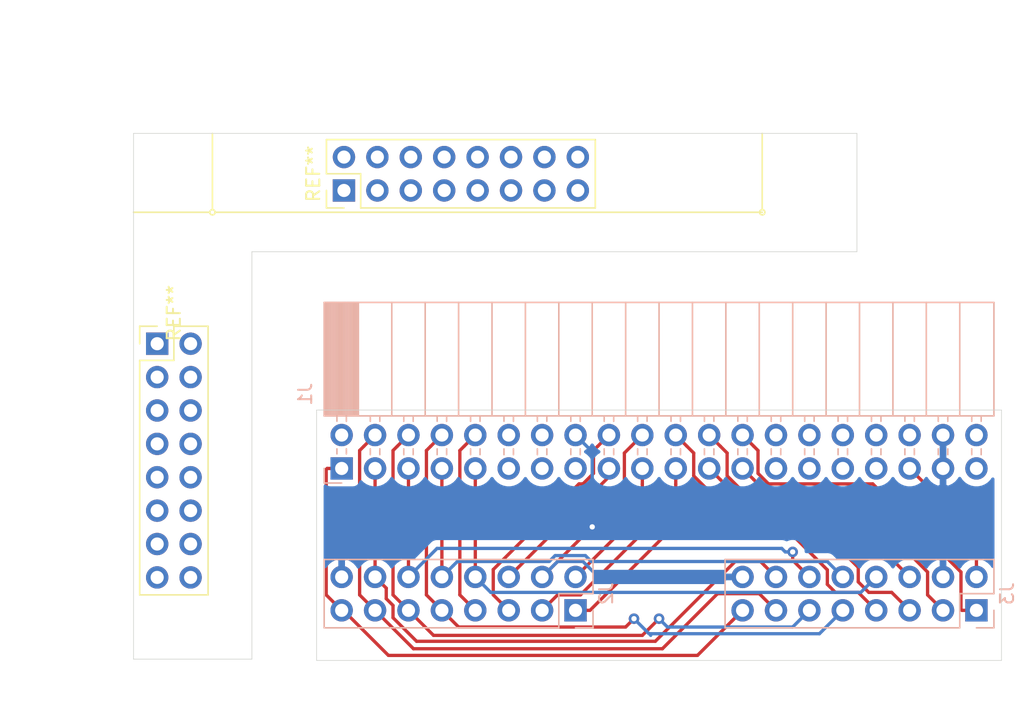
<source format=kicad_pcb>
(kicad_pcb (version 20171130) (host pcbnew "(5.1.5-0)")

  (general
    (thickness 1.6)
    (drawings 16)
    (tracks 158)
    (zones 0)
    (modules 5)
    (nets 39)
  )

  (page A4)
  (layers
    (0 F.Cu signal)
    (31 B.Cu signal)
    (32 B.Adhes user)
    (33 F.Adhes user)
    (34 B.Paste user)
    (35 F.Paste user)
    (36 B.SilkS user)
    (37 F.SilkS user)
    (38 B.Mask user)
    (39 F.Mask user)
    (40 Dwgs.User user)
    (41 Cmts.User user)
    (42 Eco1.User user)
    (43 Eco2.User user)
    (44 Edge.Cuts user)
    (45 Margin user)
    (46 B.CrtYd user)
    (47 F.CrtYd user)
    (48 B.Fab user)
    (49 F.Fab user)
  )

  (setup
    (last_trace_width 0.25)
    (trace_clearance 0.2)
    (zone_clearance 0.508)
    (zone_45_only no)
    (trace_min 0.2)
    (via_size 0.8)
    (via_drill 0.4)
    (via_min_size 0.4)
    (via_min_drill 0.3)
    (uvia_size 0.3)
    (uvia_drill 0.1)
    (uvias_allowed no)
    (uvia_min_size 0.2)
    (uvia_min_drill 0.1)
    (edge_width 0.05)
    (segment_width 0.2)
    (pcb_text_width 0.3)
    (pcb_text_size 1.5 1.5)
    (mod_edge_width 0.12)
    (mod_text_size 1 1)
    (mod_text_width 0.15)
    (pad_size 1.524 1.524)
    (pad_drill 0.762)
    (pad_to_mask_clearance 0.051)
    (solder_mask_min_width 0.25)
    (aux_axis_origin 0 0)
    (visible_elements FFFFFF7F)
    (pcbplotparams
      (layerselection 0x010fc_ffffffff)
      (usegerberextensions false)
      (usegerberattributes false)
      (usegerberadvancedattributes false)
      (creategerberjobfile false)
      (excludeedgelayer true)
      (linewidth 0.100000)
      (plotframeref false)
      (viasonmask false)
      (mode 1)
      (useauxorigin false)
      (hpglpennumber 1)
      (hpglpenspeed 20)
      (hpglpendiameter 15.000000)
      (psnegative false)
      (psa4output false)
      (plotreference true)
      (plotvalue true)
      (plotinvisibletext false)
      (padsonsilk false)
      (subtractmaskfromsilk false)
      (outputformat 1)
      (mirror false)
      (drillshape 1)
      (scaleselection 1)
      (outputdirectory ""))
  )

  (net 0 "")
  (net 1 +3V3)
  (net 2 +5V)
  (net 3 /PH1)
  (net 4 /PG7)
  (net 5 /PG6)
  (net 6 /PG5)
  (net 7 /PG4)
  (net 8 /PG3)
  (net 9 /PG2)
  (net 10 /PG1)
  (net 11 /PG0)
  (net 12 /G4)
  (net 13 /B4)
  (net 14 /B3)
  (net 15 /G3)
  (net 16 /PD4)
  (net 17 /G1)
  (net 18 /B1)
  (net 19 /PD1)
  (net 20 /G2)
  (net 21 /PC2)
  (net 22 /PC1)
  (net 23 /PC0)
  (net 24 /AT_PB5)
  (net 25 /PB8)
  (net 26 /B2)
  (net 27 /E)
  (net 28 /A)
  (net 29 /B)
  (net 30 /C)
  (net 31 /D)
  (net 32 /CLK)
  (net 33 /LAT)
  (net 34 /PA1)
  (net 35 /OE_)
  (net 36 /PD6)
  (net 37 /PF0)
  (net 38 GND)

  (net_class Default "This is the default net class."
    (clearance 0.2)
    (trace_width 0.25)
    (via_dia 0.8)
    (via_drill 0.4)
    (uvia_dia 0.3)
    (uvia_drill 0.1)
    (add_net +3V3)
    (add_net +5V)
    (add_net /A)
    (add_net /AT_PB5)
    (add_net /B)
    (add_net /B1)
    (add_net /B2)
    (add_net /B3)
    (add_net /B4)
    (add_net /C)
    (add_net /CLK)
    (add_net /D)
    (add_net /E)
    (add_net /G1)
    (add_net /G2)
    (add_net /G3)
    (add_net /G4)
    (add_net /LAT)
    (add_net /OE_)
    (add_net /PA1)
    (add_net /PB8)
    (add_net /PC0)
    (add_net /PC1)
    (add_net /PC2)
    (add_net /PD1)
    (add_net /PD4)
    (add_net /PD6)
    (add_net /PF0)
    (add_net /PG0)
    (add_net /PG1)
    (add_net /PG2)
    (add_net /PG3)
    (add_net /PG4)
    (add_net /PG5)
    (add_net /PG6)
    (add_net /PG7)
    (add_net /PH1)
    (add_net GND)
  )

  (module Connector_PinHeader_2.54mm:PinHeader_2x08_P2.54mm_Vertical (layer B.Cu) (tedit 59FED5CC) (tstamp 5E145650)
    (at -335.915 -513.715 90)
    (descr "Through hole straight pin header, 2x08, 2.54mm pitch, double rows")
    (tags "Through hole pin header THT 2x08 2.54mm double row")
    (path /5E18F140)
    (fp_text reference J3 (at 1.27 2.33 -90) (layer B.SilkS)
      (effects (font (size 1 1) (thickness 0.15)) (justify mirror))
    )
    (fp_text value Conn_02x08_Odd_Even (at 1.27 -20.11 -90) (layer B.Fab)
      (effects (font (size 1 1) (thickness 0.15)) (justify mirror))
    )
    (fp_text user %R (at 1.27 -8.89) (layer B.Fab)
      (effects (font (size 1 1) (thickness 0.15)) (justify mirror))
    )
    (fp_line (start 4.35 1.8) (end -1.8 1.8) (layer B.CrtYd) (width 0.05))
    (fp_line (start 4.35 -19.55) (end 4.35 1.8) (layer B.CrtYd) (width 0.05))
    (fp_line (start -1.8 -19.55) (end 4.35 -19.55) (layer B.CrtYd) (width 0.05))
    (fp_line (start -1.8 1.8) (end -1.8 -19.55) (layer B.CrtYd) (width 0.05))
    (fp_line (start -1.33 1.33) (end 0 1.33) (layer B.SilkS) (width 0.12))
    (fp_line (start -1.33 0) (end -1.33 1.33) (layer B.SilkS) (width 0.12))
    (fp_line (start 1.27 1.33) (end 3.87 1.33) (layer B.SilkS) (width 0.12))
    (fp_line (start 1.27 -1.27) (end 1.27 1.33) (layer B.SilkS) (width 0.12))
    (fp_line (start -1.33 -1.27) (end 1.27 -1.27) (layer B.SilkS) (width 0.12))
    (fp_line (start 3.87 1.33) (end 3.87 -19.11) (layer B.SilkS) (width 0.12))
    (fp_line (start -1.33 -1.27) (end -1.33 -19.11) (layer B.SilkS) (width 0.12))
    (fp_line (start -1.33 -19.11) (end 3.87 -19.11) (layer B.SilkS) (width 0.12))
    (fp_line (start -1.27 0) (end 0 1.27) (layer B.Fab) (width 0.1))
    (fp_line (start -1.27 -19.05) (end -1.27 0) (layer B.Fab) (width 0.1))
    (fp_line (start 3.81 -19.05) (end -1.27 -19.05) (layer B.Fab) (width 0.1))
    (fp_line (start 3.81 1.27) (end 3.81 -19.05) (layer B.Fab) (width 0.1))
    (fp_line (start 0 1.27) (end 3.81 1.27) (layer B.Fab) (width 0.1))
    (pad 16 thru_hole oval (at 2.54 -17.78 90) (size 1.7 1.7) (drill 1) (layers *.Cu *.Mask)
      (net 38 GND))
    (pad 15 thru_hole oval (at 0 -17.78 90) (size 1.7 1.7) (drill 1) (layers *.Cu *.Mask)
      (net 35 /OE_))
    (pad 14 thru_hole oval (at 2.54 -15.24 90) (size 1.7 1.7) (drill 1) (layers *.Cu *.Mask)
      (net 33 /LAT))
    (pad 13 thru_hole oval (at 0 -15.24 90) (size 1.7 1.7) (drill 1) (layers *.Cu *.Mask)
      (net 32 /CLK))
    (pad 12 thru_hole oval (at 2.54 -12.7 90) (size 1.7 1.7) (drill 1) (layers *.Cu *.Mask)
      (net 31 /D))
    (pad 11 thru_hole oval (at 0 -12.7 90) (size 1.7 1.7) (drill 1) (layers *.Cu *.Mask)
      (net 30 /C))
    (pad 10 thru_hole oval (at 2.54 -10.16 90) (size 1.7 1.7) (drill 1) (layers *.Cu *.Mask)
      (net 29 /B))
    (pad 9 thru_hole oval (at 0 -10.16 90) (size 1.7 1.7) (drill 1) (layers *.Cu *.Mask)
      (net 28 /A))
    (pad 8 thru_hole oval (at 2.54 -7.62 90) (size 1.7 1.7) (drill 1) (layers *.Cu *.Mask)
      (net 27 /E))
    (pad 7 thru_hole oval (at 0 -7.62 90) (size 1.7 1.7) (drill 1) (layers *.Cu *.Mask)
      (net 13 /B4))
    (pad 6 thru_hole oval (at 2.54 -5.08 90) (size 1.7 1.7) (drill 1) (layers *.Cu *.Mask)
      (net 12 /G4))
    (pad 5 thru_hole oval (at 0 -5.08 90) (size 1.7 1.7) (drill 1) (layers *.Cu *.Mask)
      (net 36 /PD6))
    (pad 4 thru_hole oval (at 2.54 -2.54 90) (size 1.7 1.7) (drill 1) (layers *.Cu *.Mask)
      (net 38 GND))
    (pad 3 thru_hole oval (at 0 -2.54 90) (size 1.7 1.7) (drill 1) (layers *.Cu *.Mask)
      (net 14 /B3))
    (pad 2 thru_hole oval (at 2.54 0 90) (size 1.7 1.7) (drill 1) (layers *.Cu *.Mask)
      (net 15 /G3))
    (pad 1 thru_hole rect (at 0 0 90) (size 1.7 1.7) (drill 1) (layers *.Cu *.Mask)
      (net 37 /PF0))
    (model ${KISYS3DMOD}/Connector_PinHeader_2.54mm.3dshapes/PinHeader_2x08_P2.54mm_Vertical.wrl
      (at (xyz 0 0 0))
      (scale (xyz 1 1 1))
      (rotate (xyz 0 0 0))
    )
  )

  (module Connector_PinHeader_2.54mm:PinHeader_2x08_P2.54mm_Vertical (layer B.Cu) (tedit 59FED5CC) (tstamp 5E14389E)
    (at -366.395 -513.715 90)
    (descr "Through hole straight pin header, 2x08, 2.54mm pitch, double rows")
    (tags "Through hole pin header THT 2x08 2.54mm double row")
    (path /5E169024)
    (fp_text reference J2 (at 1.27 2.33 -90) (layer B.SilkS)
      (effects (font (size 1 1) (thickness 0.15)) (justify mirror))
    )
    (fp_text value Conn_02x08_Odd_Even (at 1.27 -20.11 -90) (layer B.Fab)
      (effects (font (size 1 1) (thickness 0.15)) (justify mirror))
    )
    (fp_text user %R (at 1.27 -8.89) (layer B.Fab)
      (effects (font (size 1 1) (thickness 0.15)) (justify mirror))
    )
    (fp_line (start 4.35 1.8) (end -1.8 1.8) (layer B.CrtYd) (width 0.05))
    (fp_line (start 4.35 -19.55) (end 4.35 1.8) (layer B.CrtYd) (width 0.05))
    (fp_line (start -1.8 -19.55) (end 4.35 -19.55) (layer B.CrtYd) (width 0.05))
    (fp_line (start -1.8 1.8) (end -1.8 -19.55) (layer B.CrtYd) (width 0.05))
    (fp_line (start -1.33 1.33) (end 0 1.33) (layer B.SilkS) (width 0.12))
    (fp_line (start -1.33 0) (end -1.33 1.33) (layer B.SilkS) (width 0.12))
    (fp_line (start 1.27 1.33) (end 3.87 1.33) (layer B.SilkS) (width 0.12))
    (fp_line (start 1.27 -1.27) (end 1.27 1.33) (layer B.SilkS) (width 0.12))
    (fp_line (start -1.33 -1.27) (end 1.27 -1.27) (layer B.SilkS) (width 0.12))
    (fp_line (start 3.87 1.33) (end 3.87 -19.11) (layer B.SilkS) (width 0.12))
    (fp_line (start -1.33 -1.27) (end -1.33 -19.11) (layer B.SilkS) (width 0.12))
    (fp_line (start -1.33 -19.11) (end 3.87 -19.11) (layer B.SilkS) (width 0.12))
    (fp_line (start -1.27 0) (end 0 1.27) (layer B.Fab) (width 0.1))
    (fp_line (start -1.27 -19.05) (end -1.27 0) (layer B.Fab) (width 0.1))
    (fp_line (start 3.81 -19.05) (end -1.27 -19.05) (layer B.Fab) (width 0.1))
    (fp_line (start 3.81 1.27) (end 3.81 -19.05) (layer B.Fab) (width 0.1))
    (fp_line (start 0 1.27) (end 3.81 1.27) (layer B.Fab) (width 0.1))
    (pad 16 thru_hole oval (at 2.54 -17.78 90) (size 1.7 1.7) (drill 1) (layers *.Cu *.Mask)
      (net 38 GND))
    (pad 15 thru_hole oval (at 0 -17.78 90) (size 1.7 1.7) (drill 1) (layers *.Cu *.Mask)
      (net 35 /OE_))
    (pad 14 thru_hole oval (at 2.54 -15.24 90) (size 1.7 1.7) (drill 1) (layers *.Cu *.Mask)
      (net 33 /LAT))
    (pad 13 thru_hole oval (at 0 -15.24 90) (size 1.7 1.7) (drill 1) (layers *.Cu *.Mask)
      (net 32 /CLK))
    (pad 12 thru_hole oval (at 2.54 -12.7 90) (size 1.7 1.7) (drill 1) (layers *.Cu *.Mask)
      (net 31 /D))
    (pad 11 thru_hole oval (at 0 -12.7 90) (size 1.7 1.7) (drill 1) (layers *.Cu *.Mask)
      (net 30 /C))
    (pad 10 thru_hole oval (at 2.54 -10.16 90) (size 1.7 1.7) (drill 1) (layers *.Cu *.Mask)
      (net 29 /B))
    (pad 9 thru_hole oval (at 0 -10.16 90) (size 1.7 1.7) (drill 1) (layers *.Cu *.Mask)
      (net 28 /A))
    (pad 8 thru_hole oval (at 2.54 -7.62 90) (size 1.7 1.7) (drill 1) (layers *.Cu *.Mask)
      (net 27 /E))
    (pad 7 thru_hole oval (at 0 -7.62 90) (size 1.7 1.7) (drill 1) (layers *.Cu *.Mask)
      (net 26 /B2))
    (pad 6 thru_hole oval (at 2.54 -5.08 90) (size 1.7 1.7) (drill 1) (layers *.Cu *.Mask)
      (net 20 /G2))
    (pad 5 thru_hole oval (at 0 -5.08 90) (size 1.7 1.7) (drill 1) (layers *.Cu *.Mask)
      (net 19 /PD1))
    (pad 4 thru_hole oval (at 2.54 -2.54 90) (size 1.7 1.7) (drill 1) (layers *.Cu *.Mask)
      (net 38 GND))
    (pad 3 thru_hole oval (at 0 -2.54 90) (size 1.7 1.7) (drill 1) (layers *.Cu *.Mask)
      (net 18 /B1))
    (pad 2 thru_hole oval (at 2.54 0 90) (size 1.7 1.7) (drill 1) (layers *.Cu *.Mask)
      (net 17 /G1))
    (pad 1 thru_hole rect (at 0 0 90) (size 1.7 1.7) (drill 1) (layers *.Cu *.Mask)
      (net 16 /PD4))
    (model ${KISYS3DMOD}/Connector_PinHeader_2.54mm.3dshapes/PinHeader_2x08_P2.54mm_Vertical.wrl
      (at (xyz 0 0 0))
      (scale (xyz 1 1 1))
      (rotate (xyz 0 0 0))
    )
  )

  (module Connector_PinSocket_2.54mm:PinSocket_2x20_P2.54mm_Horizontal (layer B.Cu) (tedit 5A19A423) (tstamp 5E143C9D)
    (at -384.175 -524.51 270)
    (descr "Through hole angled socket strip, 2x20, 2.54mm pitch, 8.51mm socket length, double cols (from Kicad 4.0.7), script generated")
    (tags "Through hole angled socket strip THT 2x20 2.54mm double row")
    (path /5E1562DD)
    (fp_text reference J1 (at -5.65 2.77 270) (layer B.SilkS)
      (effects (font (size 1 1) (thickness 0.15)) (justify mirror))
    )
    (fp_text value Conn_02x20_Odd_Even (at -5.65 -51.03 270) (layer B.Fab)
      (effects (font (size 1 1) (thickness 0.15)) (justify mirror))
    )
    (fp_text user %R (at -8.315 -24.13) (layer B.Fab)
      (effects (font (size 1 1) (thickness 0.15)) (justify mirror))
    )
    (fp_line (start 1.8 -50.05) (end 1.8 1.75) (layer B.CrtYd) (width 0.05))
    (fp_line (start -13.05 -50.05) (end 1.8 -50.05) (layer B.CrtYd) (width 0.05))
    (fp_line (start -13.05 1.75) (end -13.05 -50.05) (layer B.CrtYd) (width 0.05))
    (fp_line (start 1.8 1.75) (end -13.05 1.75) (layer B.CrtYd) (width 0.05))
    (fp_line (start 0 1.33) (end 1.11 1.33) (layer B.SilkS) (width 0.12))
    (fp_line (start 1.11 1.33) (end 1.11 0) (layer B.SilkS) (width 0.12))
    (fp_line (start -12.63 1.33) (end -12.63 -49.59) (layer B.SilkS) (width 0.12))
    (fp_line (start -12.63 -49.59) (end -4 -49.59) (layer B.SilkS) (width 0.12))
    (fp_line (start -4 1.33) (end -4 -49.59) (layer B.SilkS) (width 0.12))
    (fp_line (start -12.63 1.33) (end -4 1.33) (layer B.SilkS) (width 0.12))
    (fp_line (start -12.63 -46.99) (end -4 -46.99) (layer B.SilkS) (width 0.12))
    (fp_line (start -12.63 -44.45) (end -4 -44.45) (layer B.SilkS) (width 0.12))
    (fp_line (start -12.63 -41.91) (end -4 -41.91) (layer B.SilkS) (width 0.12))
    (fp_line (start -12.63 -39.37) (end -4 -39.37) (layer B.SilkS) (width 0.12))
    (fp_line (start -12.63 -36.83) (end -4 -36.83) (layer B.SilkS) (width 0.12))
    (fp_line (start -12.63 -34.29) (end -4 -34.29) (layer B.SilkS) (width 0.12))
    (fp_line (start -12.63 -31.75) (end -4 -31.75) (layer B.SilkS) (width 0.12))
    (fp_line (start -12.63 -29.21) (end -4 -29.21) (layer B.SilkS) (width 0.12))
    (fp_line (start -12.63 -26.67) (end -4 -26.67) (layer B.SilkS) (width 0.12))
    (fp_line (start -12.63 -24.13) (end -4 -24.13) (layer B.SilkS) (width 0.12))
    (fp_line (start -12.63 -21.59) (end -4 -21.59) (layer B.SilkS) (width 0.12))
    (fp_line (start -12.63 -19.05) (end -4 -19.05) (layer B.SilkS) (width 0.12))
    (fp_line (start -12.63 -16.51) (end -4 -16.51) (layer B.SilkS) (width 0.12))
    (fp_line (start -12.63 -13.97) (end -4 -13.97) (layer B.SilkS) (width 0.12))
    (fp_line (start -12.63 -11.43) (end -4 -11.43) (layer B.SilkS) (width 0.12))
    (fp_line (start -12.63 -8.89) (end -4 -8.89) (layer B.SilkS) (width 0.12))
    (fp_line (start -12.63 -6.35) (end -4 -6.35) (layer B.SilkS) (width 0.12))
    (fp_line (start -12.63 -3.81) (end -4 -3.81) (layer B.SilkS) (width 0.12))
    (fp_line (start -12.63 -1.27) (end -4 -1.27) (layer B.SilkS) (width 0.12))
    (fp_line (start -1.49 -48.62) (end -1.05 -48.62) (layer B.SilkS) (width 0.12))
    (fp_line (start -4 -48.62) (end -3.59 -48.62) (layer B.SilkS) (width 0.12))
    (fp_line (start -1.49 -47.9) (end -1.05 -47.9) (layer B.SilkS) (width 0.12))
    (fp_line (start -4 -47.9) (end -3.59 -47.9) (layer B.SilkS) (width 0.12))
    (fp_line (start -1.49 -46.08) (end -1.05 -46.08) (layer B.SilkS) (width 0.12))
    (fp_line (start -4 -46.08) (end -3.59 -46.08) (layer B.SilkS) (width 0.12))
    (fp_line (start -1.49 -45.36) (end -1.05 -45.36) (layer B.SilkS) (width 0.12))
    (fp_line (start -4 -45.36) (end -3.59 -45.36) (layer B.SilkS) (width 0.12))
    (fp_line (start -1.49 -43.54) (end -1.05 -43.54) (layer B.SilkS) (width 0.12))
    (fp_line (start -4 -43.54) (end -3.59 -43.54) (layer B.SilkS) (width 0.12))
    (fp_line (start -1.49 -42.82) (end -1.05 -42.82) (layer B.SilkS) (width 0.12))
    (fp_line (start -4 -42.82) (end -3.59 -42.82) (layer B.SilkS) (width 0.12))
    (fp_line (start -1.49 -41) (end -1.05 -41) (layer B.SilkS) (width 0.12))
    (fp_line (start -4 -41) (end -3.59 -41) (layer B.SilkS) (width 0.12))
    (fp_line (start -1.49 -40.28) (end -1.05 -40.28) (layer B.SilkS) (width 0.12))
    (fp_line (start -4 -40.28) (end -3.59 -40.28) (layer B.SilkS) (width 0.12))
    (fp_line (start -1.49 -38.46) (end -1.05 -38.46) (layer B.SilkS) (width 0.12))
    (fp_line (start -4 -38.46) (end -3.59 -38.46) (layer B.SilkS) (width 0.12))
    (fp_line (start -1.49 -37.74) (end -1.05 -37.74) (layer B.SilkS) (width 0.12))
    (fp_line (start -4 -37.74) (end -3.59 -37.74) (layer B.SilkS) (width 0.12))
    (fp_line (start -1.49 -35.92) (end -1.05 -35.92) (layer B.SilkS) (width 0.12))
    (fp_line (start -4 -35.92) (end -3.59 -35.92) (layer B.SilkS) (width 0.12))
    (fp_line (start -1.49 -35.2) (end -1.05 -35.2) (layer B.SilkS) (width 0.12))
    (fp_line (start -4 -35.2) (end -3.59 -35.2) (layer B.SilkS) (width 0.12))
    (fp_line (start -1.49 -33.38) (end -1.05 -33.38) (layer B.SilkS) (width 0.12))
    (fp_line (start -4 -33.38) (end -3.59 -33.38) (layer B.SilkS) (width 0.12))
    (fp_line (start -1.49 -32.66) (end -1.05 -32.66) (layer B.SilkS) (width 0.12))
    (fp_line (start -4 -32.66) (end -3.59 -32.66) (layer B.SilkS) (width 0.12))
    (fp_line (start -1.49 -30.84) (end -1.05 -30.84) (layer B.SilkS) (width 0.12))
    (fp_line (start -4 -30.84) (end -3.59 -30.84) (layer B.SilkS) (width 0.12))
    (fp_line (start -1.49 -30.12) (end -1.05 -30.12) (layer B.SilkS) (width 0.12))
    (fp_line (start -4 -30.12) (end -3.59 -30.12) (layer B.SilkS) (width 0.12))
    (fp_line (start -1.49 -28.3) (end -1.05 -28.3) (layer B.SilkS) (width 0.12))
    (fp_line (start -4 -28.3) (end -3.59 -28.3) (layer B.SilkS) (width 0.12))
    (fp_line (start -1.49 -27.58) (end -1.05 -27.58) (layer B.SilkS) (width 0.12))
    (fp_line (start -4 -27.58) (end -3.59 -27.58) (layer B.SilkS) (width 0.12))
    (fp_line (start -1.49 -25.76) (end -1.05 -25.76) (layer B.SilkS) (width 0.12))
    (fp_line (start -4 -25.76) (end -3.59 -25.76) (layer B.SilkS) (width 0.12))
    (fp_line (start -1.49 -25.04) (end -1.05 -25.04) (layer B.SilkS) (width 0.12))
    (fp_line (start -4 -25.04) (end -3.59 -25.04) (layer B.SilkS) (width 0.12))
    (fp_line (start -1.49 -23.22) (end -1.05 -23.22) (layer B.SilkS) (width 0.12))
    (fp_line (start -4 -23.22) (end -3.59 -23.22) (layer B.SilkS) (width 0.12))
    (fp_line (start -1.49 -22.5) (end -1.05 -22.5) (layer B.SilkS) (width 0.12))
    (fp_line (start -4 -22.5) (end -3.59 -22.5) (layer B.SilkS) (width 0.12))
    (fp_line (start -1.49 -20.68) (end -1.05 -20.68) (layer B.SilkS) (width 0.12))
    (fp_line (start -4 -20.68) (end -3.59 -20.68) (layer B.SilkS) (width 0.12))
    (fp_line (start -1.49 -19.96) (end -1.05 -19.96) (layer B.SilkS) (width 0.12))
    (fp_line (start -4 -19.96) (end -3.59 -19.96) (layer B.SilkS) (width 0.12))
    (fp_line (start -1.49 -18.14) (end -1.05 -18.14) (layer B.SilkS) (width 0.12))
    (fp_line (start -4 -18.14) (end -3.59 -18.14) (layer B.SilkS) (width 0.12))
    (fp_line (start -1.49 -17.42) (end -1.05 -17.42) (layer B.SilkS) (width 0.12))
    (fp_line (start -4 -17.42) (end -3.59 -17.42) (layer B.SilkS) (width 0.12))
    (fp_line (start -1.49 -15.6) (end -1.05 -15.6) (layer B.SilkS) (width 0.12))
    (fp_line (start -4 -15.6) (end -3.59 -15.6) (layer B.SilkS) (width 0.12))
    (fp_line (start -1.49 -14.88) (end -1.05 -14.88) (layer B.SilkS) (width 0.12))
    (fp_line (start -4 -14.88) (end -3.59 -14.88) (layer B.SilkS) (width 0.12))
    (fp_line (start -1.49 -13.06) (end -1.05 -13.06) (layer B.SilkS) (width 0.12))
    (fp_line (start -4 -13.06) (end -3.59 -13.06) (layer B.SilkS) (width 0.12))
    (fp_line (start -1.49 -12.34) (end -1.05 -12.34) (layer B.SilkS) (width 0.12))
    (fp_line (start -4 -12.34) (end -3.59 -12.34) (layer B.SilkS) (width 0.12))
    (fp_line (start -1.49 -10.52) (end -1.05 -10.52) (layer B.SilkS) (width 0.12))
    (fp_line (start -4 -10.52) (end -3.59 -10.52) (layer B.SilkS) (width 0.12))
    (fp_line (start -1.49 -9.8) (end -1.05 -9.8) (layer B.SilkS) (width 0.12))
    (fp_line (start -4 -9.8) (end -3.59 -9.8) (layer B.SilkS) (width 0.12))
    (fp_line (start -1.49 -7.98) (end -1.05 -7.98) (layer B.SilkS) (width 0.12))
    (fp_line (start -4 -7.98) (end -3.59 -7.98) (layer B.SilkS) (width 0.12))
    (fp_line (start -1.49 -7.26) (end -1.05 -7.26) (layer B.SilkS) (width 0.12))
    (fp_line (start -4 -7.26) (end -3.59 -7.26) (layer B.SilkS) (width 0.12))
    (fp_line (start -1.49 -5.44) (end -1.05 -5.44) (layer B.SilkS) (width 0.12))
    (fp_line (start -4 -5.44) (end -3.59 -5.44) (layer B.SilkS) (width 0.12))
    (fp_line (start -1.49 -4.72) (end -1.05 -4.72) (layer B.SilkS) (width 0.12))
    (fp_line (start -4 -4.72) (end -3.59 -4.72) (layer B.SilkS) (width 0.12))
    (fp_line (start -1.49 -2.9) (end -1.05 -2.9) (layer B.SilkS) (width 0.12))
    (fp_line (start -4 -2.9) (end -3.59 -2.9) (layer B.SilkS) (width 0.12))
    (fp_line (start -1.49 -2.18) (end -1.05 -2.18) (layer B.SilkS) (width 0.12))
    (fp_line (start -4 -2.18) (end -3.59 -2.18) (layer B.SilkS) (width 0.12))
    (fp_line (start -1.49 -0.36) (end -1.11 -0.36) (layer B.SilkS) (width 0.12))
    (fp_line (start -4 -0.36) (end -3.59 -0.36) (layer B.SilkS) (width 0.12))
    (fp_line (start -1.49 0.36) (end -1.11 0.36) (layer B.SilkS) (width 0.12))
    (fp_line (start -4 0.36) (end -3.59 0.36) (layer B.SilkS) (width 0.12))
    (fp_line (start -12.63 -1.1519) (end -4 -1.1519) (layer B.SilkS) (width 0.12))
    (fp_line (start -12.63 -1.033805) (end -4 -1.033805) (layer B.SilkS) (width 0.12))
    (fp_line (start -12.63 -0.91571) (end -4 -0.91571) (layer B.SilkS) (width 0.12))
    (fp_line (start -12.63 -0.797615) (end -4 -0.797615) (layer B.SilkS) (width 0.12))
    (fp_line (start -12.63 -0.67952) (end -4 -0.67952) (layer B.SilkS) (width 0.12))
    (fp_line (start -12.63 -0.561425) (end -4 -0.561425) (layer B.SilkS) (width 0.12))
    (fp_line (start -12.63 -0.44333) (end -4 -0.44333) (layer B.SilkS) (width 0.12))
    (fp_line (start -12.63 -0.325235) (end -4 -0.325235) (layer B.SilkS) (width 0.12))
    (fp_line (start -12.63 -0.20714) (end -4 -0.20714) (layer B.SilkS) (width 0.12))
    (fp_line (start -12.63 -0.089045) (end -4 -0.089045) (layer B.SilkS) (width 0.12))
    (fp_line (start -12.63 0.02905) (end -4 0.02905) (layer B.SilkS) (width 0.12))
    (fp_line (start -12.63 0.147145) (end -4 0.147145) (layer B.SilkS) (width 0.12))
    (fp_line (start -12.63 0.26524) (end -4 0.26524) (layer B.SilkS) (width 0.12))
    (fp_line (start -12.63 0.383335) (end -4 0.383335) (layer B.SilkS) (width 0.12))
    (fp_line (start -12.63 0.50143) (end -4 0.50143) (layer B.SilkS) (width 0.12))
    (fp_line (start -12.63 0.619525) (end -4 0.619525) (layer B.SilkS) (width 0.12))
    (fp_line (start -12.63 0.73762) (end -4 0.73762) (layer B.SilkS) (width 0.12))
    (fp_line (start -12.63 0.855715) (end -4 0.855715) (layer B.SilkS) (width 0.12))
    (fp_line (start -12.63 0.97381) (end -4 0.97381) (layer B.SilkS) (width 0.12))
    (fp_line (start -12.63 1.091905) (end -4 1.091905) (layer B.SilkS) (width 0.12))
    (fp_line (start -12.63 1.21) (end -4 1.21) (layer B.SilkS) (width 0.12))
    (fp_line (start 0 -48.56) (end 0 -47.96) (layer B.Fab) (width 0.1))
    (fp_line (start -4.06 -48.56) (end 0 -48.56) (layer B.Fab) (width 0.1))
    (fp_line (start 0 -47.96) (end -4.06 -47.96) (layer B.Fab) (width 0.1))
    (fp_line (start 0 -46.02) (end 0 -45.42) (layer B.Fab) (width 0.1))
    (fp_line (start -4.06 -46.02) (end 0 -46.02) (layer B.Fab) (width 0.1))
    (fp_line (start 0 -45.42) (end -4.06 -45.42) (layer B.Fab) (width 0.1))
    (fp_line (start 0 -43.48) (end 0 -42.88) (layer B.Fab) (width 0.1))
    (fp_line (start -4.06 -43.48) (end 0 -43.48) (layer B.Fab) (width 0.1))
    (fp_line (start 0 -42.88) (end -4.06 -42.88) (layer B.Fab) (width 0.1))
    (fp_line (start 0 -40.94) (end 0 -40.34) (layer B.Fab) (width 0.1))
    (fp_line (start -4.06 -40.94) (end 0 -40.94) (layer B.Fab) (width 0.1))
    (fp_line (start 0 -40.34) (end -4.06 -40.34) (layer B.Fab) (width 0.1))
    (fp_line (start 0 -38.4) (end 0 -37.8) (layer B.Fab) (width 0.1))
    (fp_line (start -4.06 -38.4) (end 0 -38.4) (layer B.Fab) (width 0.1))
    (fp_line (start 0 -37.8) (end -4.06 -37.8) (layer B.Fab) (width 0.1))
    (fp_line (start 0 -35.86) (end 0 -35.26) (layer B.Fab) (width 0.1))
    (fp_line (start -4.06 -35.86) (end 0 -35.86) (layer B.Fab) (width 0.1))
    (fp_line (start 0 -35.26) (end -4.06 -35.26) (layer B.Fab) (width 0.1))
    (fp_line (start 0 -33.32) (end 0 -32.72) (layer B.Fab) (width 0.1))
    (fp_line (start -4.06 -33.32) (end 0 -33.32) (layer B.Fab) (width 0.1))
    (fp_line (start 0 -32.72) (end -4.06 -32.72) (layer B.Fab) (width 0.1))
    (fp_line (start 0 -30.78) (end 0 -30.18) (layer B.Fab) (width 0.1))
    (fp_line (start -4.06 -30.78) (end 0 -30.78) (layer B.Fab) (width 0.1))
    (fp_line (start 0 -30.18) (end -4.06 -30.18) (layer B.Fab) (width 0.1))
    (fp_line (start 0 -28.24) (end 0 -27.64) (layer B.Fab) (width 0.1))
    (fp_line (start -4.06 -28.24) (end 0 -28.24) (layer B.Fab) (width 0.1))
    (fp_line (start 0 -27.64) (end -4.06 -27.64) (layer B.Fab) (width 0.1))
    (fp_line (start 0 -25.7) (end 0 -25.1) (layer B.Fab) (width 0.1))
    (fp_line (start -4.06 -25.7) (end 0 -25.7) (layer B.Fab) (width 0.1))
    (fp_line (start 0 -25.1) (end -4.06 -25.1) (layer B.Fab) (width 0.1))
    (fp_line (start 0 -23.16) (end 0 -22.56) (layer B.Fab) (width 0.1))
    (fp_line (start -4.06 -23.16) (end 0 -23.16) (layer B.Fab) (width 0.1))
    (fp_line (start 0 -22.56) (end -4.06 -22.56) (layer B.Fab) (width 0.1))
    (fp_line (start 0 -20.62) (end 0 -20.02) (layer B.Fab) (width 0.1))
    (fp_line (start -4.06 -20.62) (end 0 -20.62) (layer B.Fab) (width 0.1))
    (fp_line (start 0 -20.02) (end -4.06 -20.02) (layer B.Fab) (width 0.1))
    (fp_line (start 0 -18.08) (end 0 -17.48) (layer B.Fab) (width 0.1))
    (fp_line (start -4.06 -18.08) (end 0 -18.08) (layer B.Fab) (width 0.1))
    (fp_line (start 0 -17.48) (end -4.06 -17.48) (layer B.Fab) (width 0.1))
    (fp_line (start 0 -15.54) (end 0 -14.94) (layer B.Fab) (width 0.1))
    (fp_line (start -4.06 -15.54) (end 0 -15.54) (layer B.Fab) (width 0.1))
    (fp_line (start 0 -14.94) (end -4.06 -14.94) (layer B.Fab) (width 0.1))
    (fp_line (start 0 -13) (end 0 -12.4) (layer B.Fab) (width 0.1))
    (fp_line (start -4.06 -13) (end 0 -13) (layer B.Fab) (width 0.1))
    (fp_line (start 0 -12.4) (end -4.06 -12.4) (layer B.Fab) (width 0.1))
    (fp_line (start 0 -10.46) (end 0 -9.86) (layer B.Fab) (width 0.1))
    (fp_line (start -4.06 -10.46) (end 0 -10.46) (layer B.Fab) (width 0.1))
    (fp_line (start 0 -9.86) (end -4.06 -9.86) (layer B.Fab) (width 0.1))
    (fp_line (start 0 -7.92) (end 0 -7.32) (layer B.Fab) (width 0.1))
    (fp_line (start -4.06 -7.92) (end 0 -7.92) (layer B.Fab) (width 0.1))
    (fp_line (start 0 -7.32) (end -4.06 -7.32) (layer B.Fab) (width 0.1))
    (fp_line (start 0 -5.38) (end 0 -4.78) (layer B.Fab) (width 0.1))
    (fp_line (start -4.06 -5.38) (end 0 -5.38) (layer B.Fab) (width 0.1))
    (fp_line (start 0 -4.78) (end -4.06 -4.78) (layer B.Fab) (width 0.1))
    (fp_line (start 0 -2.84) (end 0 -2.24) (layer B.Fab) (width 0.1))
    (fp_line (start -4.06 -2.84) (end 0 -2.84) (layer B.Fab) (width 0.1))
    (fp_line (start 0 -2.24) (end -4.06 -2.24) (layer B.Fab) (width 0.1))
    (fp_line (start 0 -0.3) (end 0 0.3) (layer B.Fab) (width 0.1))
    (fp_line (start -4.06 -0.3) (end 0 -0.3) (layer B.Fab) (width 0.1))
    (fp_line (start 0 0.3) (end -4.06 0.3) (layer B.Fab) (width 0.1))
    (fp_line (start -12.57 -49.53) (end -12.57 1.27) (layer B.Fab) (width 0.1))
    (fp_line (start -4.06 -49.53) (end -12.57 -49.53) (layer B.Fab) (width 0.1))
    (fp_line (start -4.06 0.3) (end -4.06 -49.53) (layer B.Fab) (width 0.1))
    (fp_line (start -5.03 1.27) (end -4.06 0.3) (layer B.Fab) (width 0.1))
    (fp_line (start -12.57 1.27) (end -5.03 1.27) (layer B.Fab) (width 0.1))
    (pad 40 thru_hole oval (at -2.54 -48.26 270) (size 1.7 1.7) (drill 1) (layers *.Cu *.Mask)
      (net 1 +3V3))
    (pad 39 thru_hole oval (at 0 -48.26 270) (size 1.7 1.7) (drill 1) (layers *.Cu *.Mask)
      (net 2 +5V))
    (pad 38 thru_hole oval (at -2.54 -45.72 270) (size 1.7 1.7) (drill 1) (layers *.Cu *.Mask)
      (net 38 GND))
    (pad 37 thru_hole oval (at 0 -45.72 270) (size 1.7 1.7) (drill 1) (layers *.Cu *.Mask)
      (net 38 GND))
    (pad 36 thru_hole oval (at -2.54 -43.18 270) (size 1.7 1.7) (drill 1) (layers *.Cu *.Mask)
      (net 3 /PH1))
    (pad 35 thru_hole oval (at 0 -43.18 270) (size 1.7 1.7) (drill 1) (layers *.Cu *.Mask)
      (net 15 /G3))
    (pad 34 thru_hole oval (at -2.54 -40.64 270) (size 1.7 1.7) (drill 1) (layers *.Cu *.Mask)
      (net 4 /PG7))
    (pad 33 thru_hole oval (at 0 -40.64 270) (size 1.7 1.7) (drill 1) (layers *.Cu *.Mask)
      (net 5 /PG6))
    (pad 32 thru_hole oval (at -2.54 -38.1 270) (size 1.7 1.7) (drill 1) (layers *.Cu *.Mask)
      (net 6 /PG5))
    (pad 31 thru_hole oval (at 0 -38.1 270) (size 1.7 1.7) (drill 1) (layers *.Cu *.Mask)
      (net 7 /PG4))
    (pad 30 thru_hole oval (at -2.54 -35.56 270) (size 1.7 1.7) (drill 1) (layers *.Cu *.Mask)
      (net 8 /PG3))
    (pad 29 thru_hole oval (at 0 -35.56 270) (size 1.7 1.7) (drill 1) (layers *.Cu *.Mask)
      (net 9 /PG2))
    (pad 28 thru_hole oval (at -2.54 -33.02 270) (size 1.7 1.7) (drill 1) (layers *.Cu *.Mask)
      (net 10 /PG1))
    (pad 27 thru_hole oval (at 0 -33.02 270) (size 1.7 1.7) (drill 1) (layers *.Cu *.Mask)
      (net 11 /PG0))
    (pad 26 thru_hole oval (at -2.54 -30.48 270) (size 1.7 1.7) (drill 1) (layers *.Cu *.Mask)
      (net 37 /PF0))
    (pad 25 thru_hole oval (at 0 -30.48 270) (size 1.7 1.7) (drill 1) (layers *.Cu *.Mask)
      (net 14 /B3))
    (pad 24 thru_hole oval (at -2.54 -27.94 270) (size 1.7 1.7) (drill 1) (layers *.Cu *.Mask)
      (net 12 /G4))
    (pad 23 thru_hole oval (at 0 -27.94 270) (size 1.7 1.7) (drill 1) (layers *.Cu *.Mask)
      (net 36 /PD6))
    (pad 22 thru_hole oval (at -2.54 -25.4 270) (size 1.7 1.7) (drill 1) (layers *.Cu *.Mask)
      (net 13 /B4))
    (pad 21 thru_hole oval (at 0 -25.4 270) (size 1.7 1.7) (drill 1) (layers *.Cu *.Mask)
      (net 16 /PD4))
    (pad 20 thru_hole oval (at -2.54 -22.86 270) (size 1.7 1.7) (drill 1) (layers *.Cu *.Mask)
      (net 17 /G1))
    (pad 19 thru_hole oval (at 0 -22.86 270) (size 1.7 1.7) (drill 1) (layers *.Cu *.Mask)
      (net 18 /B1))
    (pad 18 thru_hole oval (at -2.54 -20.32 270) (size 1.7 1.7) (drill 1) (layers *.Cu *.Mask)
      (net 19 /PD1))
    (pad 17 thru_hole oval (at 0 -20.32 270) (size 1.7 1.7) (drill 1) (layers *.Cu *.Mask)
      (net 20 /G2))
    (pad 16 thru_hole oval (at -2.54 -17.78 270) (size 1.7 1.7) (drill 1) (layers *.Cu *.Mask)
      (net 38 GND))
    (pad 15 thru_hole oval (at 0 -17.78 270) (size 1.7 1.7) (drill 1) (layers *.Cu *.Mask)
      (net 21 /PC2))
    (pad 14 thru_hole oval (at -2.54 -15.24 270) (size 1.7 1.7) (drill 1) (layers *.Cu *.Mask)
      (net 22 /PC1))
    (pad 13 thru_hole oval (at 0 -15.24 270) (size 1.7 1.7) (drill 1) (layers *.Cu *.Mask)
      (net 23 /PC0))
    (pad 12 thru_hole oval (at -2.54 -12.7 270) (size 1.7 1.7) (drill 1) (layers *.Cu *.Mask)
      (net 24 /AT_PB5))
    (pad 11 thru_hole oval (at 0 -12.7 270) (size 1.7 1.7) (drill 1) (layers *.Cu *.Mask)
      (net 25 /PB8))
    (pad 10 thru_hole oval (at -2.54 -10.16 270) (size 1.7 1.7) (drill 1) (layers *.Cu *.Mask)
      (net 26 /B2))
    (pad 9 thru_hole oval (at 0 -10.16 270) (size 1.7 1.7) (drill 1) (layers *.Cu *.Mask)
      (net 27 /E))
    (pad 8 thru_hole oval (at -2.54 -7.62 270) (size 1.7 1.7) (drill 1) (layers *.Cu *.Mask)
      (net 28 /A))
    (pad 7 thru_hole oval (at 0 -7.62 270) (size 1.7 1.7) (drill 1) (layers *.Cu *.Mask)
      (net 29 /B))
    (pad 6 thru_hole oval (at -2.54 -5.08 270) (size 1.7 1.7) (drill 1) (layers *.Cu *.Mask)
      (net 30 /C))
    (pad 5 thru_hole oval (at 0 -5.08 270) (size 1.7 1.7) (drill 1) (layers *.Cu *.Mask)
      (net 31 /D))
    (pad 4 thru_hole oval (at -2.54 -2.54 270) (size 1.7 1.7) (drill 1) (layers *.Cu *.Mask)
      (net 32 /CLK))
    (pad 3 thru_hole oval (at 0 -2.54 270) (size 1.7 1.7) (drill 1) (layers *.Cu *.Mask)
      (net 33 /LAT))
    (pad 2 thru_hole oval (at -2.54 0 270) (size 1.7 1.7) (drill 1) (layers *.Cu *.Mask)
      (net 34 /PA1))
    (pad 1 thru_hole rect (at 0 0 270) (size 1.7 1.7) (drill 1) (layers *.Cu *.Mask)
      (net 35 /OE_))
    (model ${KISYS3DMOD}/Connector_PinSocket_2.54mm.3dshapes/PinSocket_2x20_P2.54mm_Horizontal.wrl
      (at (xyz 0 0 0))
      (scale (xyz 1 1 1))
      (rotate (xyz 0 0 0))
    )
  )

  (module Connector_PinHeader_2.54mm:PinHeader_2x08_P2.54mm_Vertical (layer F.Cu) (tedit 59FED5CC) (tstamp 5E12F05C)
    (at -398.2 -534)
    (descr "Through hole straight pin header, 2x08, 2.54mm pitch, double rows")
    (tags "Through hole pin header THT 2x08 2.54mm double row")
    (fp_text reference REF** (at 1.27 -2.33 90) (layer F.SilkS)
      (effects (font (size 1 1) (thickness 0.15)))
    )
    (fp_text value PinHeader_2x08_P2.54mm_Vertical (at 1.27 20.11) (layer F.Fab)
      (effects (font (size 1 1) (thickness 0.15)))
    )
    (fp_text user %R (at 1.27 8.89 90) (layer F.Fab)
      (effects (font (size 1 1) (thickness 0.15)))
    )
    (fp_line (start 4.35 -1.8) (end -1.8 -1.8) (layer F.CrtYd) (width 0.05))
    (fp_line (start 4.35 19.55) (end 4.35 -1.8) (layer F.CrtYd) (width 0.05))
    (fp_line (start -1.8 19.55) (end 4.35 19.55) (layer F.CrtYd) (width 0.05))
    (fp_line (start -1.8 -1.8) (end -1.8 19.55) (layer F.CrtYd) (width 0.05))
    (fp_line (start -1.33 -1.33) (end 0 -1.33) (layer F.SilkS) (width 0.12))
    (fp_line (start -1.33 0) (end -1.33 -1.33) (layer F.SilkS) (width 0.12))
    (fp_line (start 1.27 -1.33) (end 3.87 -1.33) (layer F.SilkS) (width 0.12))
    (fp_line (start 1.27 1.27) (end 1.27 -1.33) (layer F.SilkS) (width 0.12))
    (fp_line (start -1.33 1.27) (end 1.27 1.27) (layer F.SilkS) (width 0.12))
    (fp_line (start 3.87 -1.33) (end 3.87 19.11) (layer F.SilkS) (width 0.12))
    (fp_line (start -1.33 1.27) (end -1.33 19.11) (layer F.SilkS) (width 0.12))
    (fp_line (start -1.33 19.11) (end 3.87 19.11) (layer F.SilkS) (width 0.12))
    (fp_line (start -1.27 0) (end 0 -1.27) (layer F.Fab) (width 0.1))
    (fp_line (start -1.27 19.05) (end -1.27 0) (layer F.Fab) (width 0.1))
    (fp_line (start 3.81 19.05) (end -1.27 19.05) (layer F.Fab) (width 0.1))
    (fp_line (start 3.81 -1.27) (end 3.81 19.05) (layer F.Fab) (width 0.1))
    (fp_line (start 0 -1.27) (end 3.81 -1.27) (layer F.Fab) (width 0.1))
    (pad 16 thru_hole oval (at 2.54 17.78) (size 1.7 1.7) (drill 1) (layers *.Cu *.Mask))
    (pad 15 thru_hole oval (at 0 17.78) (size 1.7 1.7) (drill 1) (layers *.Cu *.Mask))
    (pad 14 thru_hole oval (at 2.54 15.24) (size 1.7 1.7) (drill 1) (layers *.Cu *.Mask))
    (pad 13 thru_hole oval (at 0 15.24) (size 1.7 1.7) (drill 1) (layers *.Cu *.Mask))
    (pad 12 thru_hole oval (at 2.54 12.7) (size 1.7 1.7) (drill 1) (layers *.Cu *.Mask))
    (pad 11 thru_hole oval (at 0 12.7) (size 1.7 1.7) (drill 1) (layers *.Cu *.Mask))
    (pad 10 thru_hole oval (at 2.54 10.16) (size 1.7 1.7) (drill 1) (layers *.Cu *.Mask))
    (pad 9 thru_hole oval (at 0 10.16) (size 1.7 1.7) (drill 1) (layers *.Cu *.Mask))
    (pad 8 thru_hole oval (at 2.54 7.62) (size 1.7 1.7) (drill 1) (layers *.Cu *.Mask))
    (pad 7 thru_hole oval (at 0 7.62) (size 1.7 1.7) (drill 1) (layers *.Cu *.Mask))
    (pad 6 thru_hole oval (at 2.54 5.08) (size 1.7 1.7) (drill 1) (layers *.Cu *.Mask))
    (pad 5 thru_hole oval (at 0 5.08) (size 1.7 1.7) (drill 1) (layers *.Cu *.Mask))
    (pad 4 thru_hole oval (at 2.54 2.54) (size 1.7 1.7) (drill 1) (layers *.Cu *.Mask))
    (pad 3 thru_hole oval (at 0 2.54) (size 1.7 1.7) (drill 1) (layers *.Cu *.Mask))
    (pad 2 thru_hole oval (at 2.54 0) (size 1.7 1.7) (drill 1) (layers *.Cu *.Mask))
    (pad 1 thru_hole rect (at 0 0) (size 1.7 1.7) (drill 1) (layers *.Cu *.Mask))
    (model ${KISYS3DMOD}/Connector_PinHeader_2.54mm.3dshapes/PinHeader_2x08_P2.54mm_Vertical.wrl
      (at (xyz 0 0 0))
      (scale (xyz 1 1 1))
      (rotate (xyz 0 0 0))
    )
  )

  (module Connector_PinHeader_2.54mm:PinHeader_2x08_P2.54mm_Vertical (layer F.Cu) (tedit 59FED5CC) (tstamp 5E180F18)
    (at -384 -545.66 90)
    (descr "Through hole straight pin header, 2x08, 2.54mm pitch, double rows")
    (tags "Through hole pin header THT 2x08 2.54mm double row")
    (fp_text reference REF** (at 1.27 -2.33 90) (layer F.SilkS)
      (effects (font (size 1 1) (thickness 0.15)))
    )
    (fp_text value PinHeader_2x08_P2.54mm_Vertical (at 1.27 20.11 90) (layer F.Fab)
      (effects (font (size 1 1) (thickness 0.15)))
    )
    (fp_text user %R (at 1.27 8.89) (layer F.Fab)
      (effects (font (size 1 1) (thickness 0.15)))
    )
    (fp_line (start 4.35 -1.8) (end -1.8 -1.8) (layer F.CrtYd) (width 0.05))
    (fp_line (start 4.35 19.55) (end 4.35 -1.8) (layer F.CrtYd) (width 0.05))
    (fp_line (start -1.8 19.55) (end 4.35 19.55) (layer F.CrtYd) (width 0.05))
    (fp_line (start -1.8 -1.8) (end -1.8 19.55) (layer F.CrtYd) (width 0.05))
    (fp_line (start -1.33 -1.33) (end 0 -1.33) (layer F.SilkS) (width 0.12))
    (fp_line (start -1.33 0) (end -1.33 -1.33) (layer F.SilkS) (width 0.12))
    (fp_line (start 1.27 -1.33) (end 3.87 -1.33) (layer F.SilkS) (width 0.12))
    (fp_line (start 1.27 1.27) (end 1.27 -1.33) (layer F.SilkS) (width 0.12))
    (fp_line (start -1.33 1.27) (end 1.27 1.27) (layer F.SilkS) (width 0.12))
    (fp_line (start 3.87 -1.33) (end 3.87 19.11) (layer F.SilkS) (width 0.12))
    (fp_line (start -1.33 1.27) (end -1.33 19.11) (layer F.SilkS) (width 0.12))
    (fp_line (start -1.33 19.11) (end 3.87 19.11) (layer F.SilkS) (width 0.12))
    (fp_line (start -1.27 0) (end 0 -1.27) (layer F.Fab) (width 0.1))
    (fp_line (start -1.27 19.05) (end -1.27 0) (layer F.Fab) (width 0.1))
    (fp_line (start 3.81 19.05) (end -1.27 19.05) (layer F.Fab) (width 0.1))
    (fp_line (start 3.81 -1.27) (end 3.81 19.05) (layer F.Fab) (width 0.1))
    (fp_line (start 0 -1.27) (end 3.81 -1.27) (layer F.Fab) (width 0.1))
    (pad 16 thru_hole oval (at 2.54 17.78 90) (size 1.7 1.7) (drill 1) (layers *.Cu *.Mask))
    (pad 15 thru_hole oval (at 0 17.78 90) (size 1.7 1.7) (drill 1) (layers *.Cu *.Mask))
    (pad 14 thru_hole oval (at 2.54 15.24 90) (size 1.7 1.7) (drill 1) (layers *.Cu *.Mask))
    (pad 13 thru_hole oval (at 0 15.24 90) (size 1.7 1.7) (drill 1) (layers *.Cu *.Mask))
    (pad 12 thru_hole oval (at 2.54 12.7 90) (size 1.7 1.7) (drill 1) (layers *.Cu *.Mask))
    (pad 11 thru_hole oval (at 0 12.7 90) (size 1.7 1.7) (drill 1) (layers *.Cu *.Mask))
    (pad 10 thru_hole oval (at 2.54 10.16 90) (size 1.7 1.7) (drill 1) (layers *.Cu *.Mask))
    (pad 9 thru_hole oval (at 0 10.16 90) (size 1.7 1.7) (drill 1) (layers *.Cu *.Mask))
    (pad 8 thru_hole oval (at 2.54 7.62 90) (size 1.7 1.7) (drill 1) (layers *.Cu *.Mask))
    (pad 7 thru_hole oval (at 0 7.62 90) (size 1.7 1.7) (drill 1) (layers *.Cu *.Mask))
    (pad 6 thru_hole oval (at 2.54 5.08 90) (size 1.7 1.7) (drill 1) (layers *.Cu *.Mask))
    (pad 5 thru_hole oval (at 0 5.08 90) (size 1.7 1.7) (drill 1) (layers *.Cu *.Mask))
    (pad 4 thru_hole oval (at 2.54 2.54 90) (size 1.7 1.7) (drill 1) (layers *.Cu *.Mask))
    (pad 3 thru_hole oval (at 0 2.54 90) (size 1.7 1.7) (drill 1) (layers *.Cu *.Mask))
    (pad 2 thru_hole oval (at 2.54 0 90) (size 1.7 1.7) (drill 1) (layers *.Cu *.Mask))
    (pad 1 thru_hole rect (at 0 0 90) (size 1.7 1.7) (drill 1) (layers *.Cu *.Mask))
    (model ${KISYS3DMOD}/Connector_PinHeader_2.54mm.3dshapes/PinHeader_2x08_P2.54mm_Vertical.wrl
      (at (xyz 0 0 0))
      (scale (xyz 1 1 1))
      (rotate (xyz 0 0 0))
    )
  )

  (gr_line (start -386.08 -509.905) (end -386.08 -528.955) (layer Edge.Cuts) (width 0.05) (tstamp 5E146E33))
  (gr_line (start -334.01 -509.905) (end -386.08 -509.905) (layer Edge.Cuts) (width 0.05))
  (gr_line (start -334.01 -528.955) (end -334.01 -509.905) (layer Edge.Cuts) (width 0.05))
  (gr_line (start -386.08 -528.955) (end -334.01 -528.955) (layer Edge.Cuts) (width 0.05))
  (gr_line (start -352.2 -544.2) (end -352.2 -550) (layer F.SilkS) (width 0.12))
  (gr_line (start -393.8 -544) (end -352.2 -544) (layer F.SilkS) (width 0.12) (tstamp 5E12ECFE))
  (gr_circle (center -352.2 -544) (end -352 -544) (layer F.SilkS) (width 0.12) (tstamp 5E0D842F))
  (gr_circle (center -394 -544) (end -393.8 -544) (layer F.SilkS) (width 0.12))
  (gr_line (start -394 -550) (end -394 -544.2) (layer F.SilkS) (width 0.12))
  (gr_line (start -400 -544) (end -394.2 -544) (layer F.SilkS) (width 0.12))
  (gr_line (start -400 -510) (end -400 -550) (layer Edge.Cuts) (width 0.05) (tstamp 5E0D83E2))
  (gr_line (start -391 -510) (end -400 -510) (layer Edge.Cuts) (width 0.05))
  (gr_line (start -391 -541) (end -391 -510) (layer Edge.Cuts) (width 0.05))
  (gr_line (start -345 -541) (end -391 -541) (layer Edge.Cuts) (width 0.05))
  (gr_line (start -345 -550) (end -345 -541) (layer Edge.Cuts) (width 0.05))
  (gr_line (start -400 -550) (end -345 -550) (layer Edge.Cuts) (width 0.05))

  (segment (start -340.995 -516.255) (end -345.44 -520.7) (width 0.25) (layer F.Cu) (net 12))
  (segment (start -355.385001 -526.200001) (end -356.235 -527.05) (width 0.25) (layer F.Cu) (net 12))
  (segment (start -354.870001 -525.685001) (end -355.385001 -526.200001) (width 0.25) (layer F.Cu) (net 12))
  (segment (start -354.870001 -523.945999) (end -354.870001 -525.685001) (width 0.25) (layer F.Cu) (net 12))
  (segment (start -345.44 -520.7) (end -351.624002 -520.7) (width 0.25) (layer F.Cu) (net 12))
  (segment (start -351.624002 -520.7) (end -354.870001 -523.945999) (width 0.25) (layer F.Cu) (net 12))
  (segment (start -347.250001 -516.79359) (end -350.0714 -519.614989) (width 0.25) (layer F.Cu) (net 13))
  (segment (start -353.078991 -519.614989) (end -357.410001 -523.945999) (width 0.25) (layer F.Cu) (net 13))
  (segment (start -357.925001 -526.200001) (end -358.775 -527.05) (width 0.25) (layer F.Cu) (net 13))
  (segment (start -344.899999 -515.079999) (end -346.639001 -515.079999) (width 0.25) (layer F.Cu) (net 13))
  (segment (start -346.639001 -515.079999) (end -347.250001 -515.690999) (width 0.25) (layer F.Cu) (net 13))
  (segment (start -350.0714 -519.614989) (end -353.078991 -519.614989) (width 0.25) (layer F.Cu) (net 13))
  (segment (start -347.250001 -515.690999) (end -347.250001 -516.79359) (width 0.25) (layer F.Cu) (net 13))
  (segment (start -357.410001 -523.945999) (end -357.410001 -525.685001) (width 0.25) (layer F.Cu) (net 13))
  (segment (start -343.535 -513.715) (end -344.899999 -515.079999) (width 0.25) (layer F.Cu) (net 13))
  (segment (start -357.410001 -525.685001) (end -357.925001 -526.200001) (width 0.25) (layer F.Cu) (net 13))
  (segment (start -352.845001 -523.660001) (end -353.695 -524.51) (width 0.25) (layer F.Cu) (net 14))
  (segment (start -351.339989 -522.154989) (end -352.845001 -523.660001) (width 0.25) (layer F.Cu) (net 14))
  (segment (start -338.455 -513.715) (end -339.630001 -514.890001) (width 0.25) (layer F.Cu) (net 14))
  (segment (start -345.155987 -522.154989) (end -351.339989 -522.154989) (width 0.25) (layer F.Cu) (net 14))
  (segment (start -339.630001 -514.890001) (end -339.630001 -516.629003) (width 0.25) (layer F.Cu) (net 14))
  (segment (start -339.630001 -516.629003) (end -345.155987 -522.154989) (width 0.25) (layer F.Cu) (net 14))
  (segment (start -335.915 -519.43) (end -340.995 -524.51) (width 0.25) (layer F.Cu) (net 15))
  (segment (start -335.915 -516.255) (end -335.915 -519.43) (width 0.25) (layer F.Cu) (net 15))
  (segment (start -358.775 -520.235) (end -358.775 -523.307919) (width 0.25) (layer F.Cu) (net 16))
  (segment (start -365.295 -513.715) (end -358.775 -520.235) (width 0.25) (layer F.Cu) (net 16))
  (segment (start -358.775 -523.307919) (end -358.775 -524.51) (width 0.25) (layer F.Cu) (net 16))
  (segment (start -366.395 -513.715) (end -365.295 -513.715) (width 0.25) (layer F.Cu) (net 16))
  (segment (start -362.164999 -526.200001) (end -361.315 -527.05) (width 0.25) (layer F.Cu) (net 17))
  (segment (start -362.679999 -525.685001) (end -362.164999 -526.200001) (width 0.25) (layer F.Cu) (net 17))
  (segment (start -362.679999 -519.970001) (end -362.679999 -525.685001) (width 0.25) (layer F.Cu) (net 17))
  (segment (start -366.395 -516.255) (end -362.679999 -519.970001) (width 0.25) (layer F.Cu) (net 17))
  (segment (start -361.315 -523.307919) (end -361.315 -524.51) (width 0.25) (layer F.Cu) (net 18))
  (segment (start -361.315 -519.595998) (end -361.315 -523.307919) (width 0.25) (layer F.Cu) (net 18))
  (segment (start -366.020997 -514.890001) (end -361.315 -519.595998) (width 0.25) (layer F.Cu) (net 18))
  (segment (start -367.759999 -514.890001) (end -366.020997 -514.890001) (width 0.25) (layer F.Cu) (net 18))
  (segment (start -368.935 -513.715) (end -367.759999 -514.890001) (width 0.25) (layer F.Cu) (net 18))
  (segment (start -365.030001 -525.874999) (end -364.704999 -526.200001) (width 0.25) (layer F.Cu) (net 19))
  (segment (start -365.030001 -524.135997) (end -365.030001 -525.874999) (width 0.25) (layer F.Cu) (net 19))
  (segment (start -365.830999 -523.334999) (end -365.030001 -524.135997) (width 0.25) (layer F.Cu) (net 19))
  (segment (start -366.134003 -523.334999) (end -365.830999 -523.334999) (width 0.25) (layer F.Cu) (net 19))
  (segment (start -372.650001 -516.819001) (end -366.134003 -523.334999) (width 0.25) (layer F.Cu) (net 19))
  (segment (start -372.650001 -514.890001) (end -372.650001 -516.819001) (width 0.25) (layer F.Cu) (net 19))
  (segment (start -364.704999 -526.200001) (end -363.855 -527.05) (width 0.25) (layer F.Cu) (net 19))
  (segment (start -371.475 -513.715) (end -372.650001 -514.890001) (width 0.25) (layer F.Cu) (net 19))
  (segment (start -363.855 -523.875) (end -363.855 -524.51) (width 0.25) (layer F.Cu) (net 20))
  (segment (start -371.475 -516.255) (end -363.855 -523.875) (width 0.25) (layer F.Cu) (net 20))
  (segment (start -374.864999 -526.200001) (end -374.015 -527.05) (width 0.25) (layer F.Cu) (net 26))
  (segment (start -375.190001 -525.874999) (end -374.864999 -526.200001) (width 0.25) (layer F.Cu) (net 26))
  (segment (start -375.190001 -514.890001) (end -375.190001 -525.874999) (width 0.25) (layer F.Cu) (net 26))
  (segment (start -374.015 -513.715) (end -375.190001 -514.890001) (width 0.25) (layer F.Cu) (net 26))
  (segment (start -374.015 -516.255) (end -374.015 -524.51) (width 0.25) (layer F.Cu) (net 27))
  (segment (start -344.384999 -515.405001) (end -343.535 -516.255) (width 0.25) (layer B.Cu) (net 27))
  (segment (start -344.710001 -515.079999) (end -344.384999 -515.405001) (width 0.25) (layer B.Cu) (net 27))
  (segment (start -372.839999 -515.079999) (end -344.710001 -515.079999) (width 0.25) (layer B.Cu) (net 27))
  (segment (start -374.015 -516.255) (end -372.839999 -515.079999) (width 0.25) (layer B.Cu) (net 27))
  (segment (start -377.404999 -526.200001) (end -376.555 -527.05) (width 0.25) (layer F.Cu) (net 28))
  (segment (start -377.730001 -514.890001) (end -377.730001 -525.874999) (width 0.25) (layer F.Cu) (net 28))
  (segment (start -377.730001 -525.874999) (end -377.404999 -526.200001) (width 0.25) (layer F.Cu) (net 28))
  (segment (start -376.555 -513.715) (end -377.730001 -514.890001) (width 0.25) (layer F.Cu) (net 28))
  (segment (start -376.555 -513.715) (end -375.285 -512.445) (width 0.25) (layer F.Cu) (net 28))
  (segment (start -360.68 -511.81) (end -360.679991 -511.809991) (width 0.25) (layer B.Cu) (net 28))
  (via (at -361.95 -513.08) (size 0.8) (drill 0.4) (layers F.Cu B.Cu) (net 28))
  (segment (start -362.585 -512.445) (end -361.95 -513.08) (width 0.25) (layer F.Cu) (net 28))
  (segment (start -375.285 -512.445) (end -362.585 -512.445) (width 0.25) (layer F.Cu) (net 28))
  (segment (start -347.853 -511.937) (end -346.075 -513.715) (width 0.25) (layer B.Cu) (net 28))
  (segment (start -360.807 -511.937) (end -347.853 -511.937) (width 0.25) (layer B.Cu) (net 28))
  (segment (start -361.95 -513.08) (end -360.807 -511.937) (width 0.25) (layer B.Cu) (net 28))
  (segment (start -376.555 -516.255) (end -376.555 -524.51) (width 0.25) (layer F.Cu) (net 29))
  (segment (start -346.075 -516.255) (end -347.250001 -517.430001) (width 0.25) (layer B.Cu) (net 29))
  (segment (start -375.379999 -517.430001) (end -375.705001 -517.104999) (width 0.25) (layer B.Cu) (net 29))
  (segment (start -365.194588 -517.430001) (end -365.644599 -517.880012) (width 0.25) (layer B.Cu) (net 29))
  (segment (start -365.644599 -517.880012) (end -367.946399 -517.880012) (width 0.25) (layer B.Cu) (net 29))
  (segment (start -367.946399 -517.880012) (end -368.396409 -517.430001) (width 0.25) (layer B.Cu) (net 29))
  (segment (start -347.250001 -517.430001) (end -365.194588 -517.430001) (width 0.25) (layer B.Cu) (net 29))
  (segment (start -368.396409 -517.430001) (end -375.379999 -517.430001) (width 0.25) (layer B.Cu) (net 29))
  (segment (start -375.705001 -517.104999) (end -376.555 -516.255) (width 0.25) (layer B.Cu) (net 29))
  (segment (start -380.270001 -525.874999) (end -379.944999 -526.200001) (width 0.25) (layer F.Cu) (net 30))
  (segment (start -379.944999 -526.200001) (end -379.095 -527.05) (width 0.25) (layer F.Cu) (net 30))
  (segment (start -380.270001 -514.890001) (end -380.270001 -525.874999) (width 0.25) (layer F.Cu) (net 30))
  (segment (start -379.095 -513.715) (end -380.270001 -514.890001) (width 0.25) (layer F.Cu) (net 30))
  (via (at -360.045 -513.08) (size 0.8) (drill 0.4) (layers F.Cu B.Cu) (net 30))
  (segment (start -361.315 -511.81) (end -360.045 -513.08) (width 0.25) (layer F.Cu) (net 30))
  (segment (start -377.19 -511.81) (end -361.315 -511.81) (width 0.25) (layer F.Cu) (net 30))
  (segment (start -379.095 -513.715) (end -377.19 -511.81) (width 0.25) (layer F.Cu) (net 30))
  (segment (start -349.885 -512.445) (end -348.615 -513.715) (width 0.25) (layer B.Cu) (net 30))
  (segment (start -359.41 -512.445) (end -349.885 -512.445) (width 0.25) (layer B.Cu) (net 30))
  (segment (start -360.045 -513.08) (end -359.41 -512.445) (width 0.25) (layer B.Cu) (net 30))
  (segment (start -379.095 -516.255) (end -379.095 -524.51) (width 0.25) (layer F.Cu) (net 31))
  (via (at -349.885 -518.16) (size 0.8) (drill 0.4) (layers F.Cu B.Cu) (net 31))
  (segment (start -349.885 -517.525) (end -348.615 -516.255) (width 0.25) (layer F.Cu) (net 31))
  (segment (start -349.885 -518.16) (end -349.885 -517.525) (width 0.25) (layer F.Cu) (net 31))
  (segment (start -350.450685 -518.16) (end -349.885 -518.16) (width 0.25) (layer B.Cu) (net 31))
  (segment (start -379.095 -516.255) (end -376.92498 -518.42502) (width 0.25) (layer B.Cu) (net 31))
  (segment (start -376.92498 -518.42502) (end -350.715705 -518.42502) (width 0.25) (layer B.Cu) (net 31))
  (segment (start -350.715705 -518.42502) (end -350.450685 -518.16) (width 0.25) (layer B.Cu) (net 31))
  (segment (start -382.810001 -525.874999) (end -382.484999 -526.200001) (width 0.25) (layer F.Cu) (net 32))
  (segment (start -382.484999 -526.200001) (end -381.635 -527.05) (width 0.25) (layer F.Cu) (net 32))
  (segment (start -382.810001 -514.890001) (end -382.810001 -525.874999) (width 0.25) (layer F.Cu) (net 32))
  (segment (start -381.635 -513.715) (end -382.810001 -514.890001) (width 0.25) (layer F.Cu) (net 32))
  (segment (start -378.714 -510.794) (end -381.635 -513.715) (width 0.25) (layer F.Cu) (net 32))
  (segment (start -359.791 -510.794) (end -378.714 -510.794) (width 0.25) (layer F.Cu) (net 32))
  (segment (start -355.6 -514.985) (end -359.791 -510.794) (width 0.25) (layer F.Cu) (net 32))
  (segment (start -352.425 -514.985) (end -355.6 -514.985) (width 0.25) (layer F.Cu) (net 32))
  (segment (start -351.155 -513.715) (end -352.425 -514.985) (width 0.25) (layer F.Cu) (net 32))
  (segment (start -381.635 -516.255) (end -381.635 -524.51) (width 0.25) (layer F.Cu) (net 33))
  (segment (start -352.004999 -517.104999) (end -351.155 -516.255) (width 0.25) (layer F.Cu) (net 33))
  (segment (start -354.259001 -517.430001) (end -352.330001 -517.430001) (width 0.25) (layer F.Cu) (net 33))
  (segment (start -352.330001 -517.430001) (end -352.004999 -517.104999) (width 0.25) (layer F.Cu) (net 33))
  (segment (start -378.478991 -511.359989) (end -360.329013 -511.359989) (width 0.25) (layer F.Cu) (net 33))
  (segment (start -380.785001 -514.604003) (end -380.270001 -514.089003) (width 0.25) (layer F.Cu) (net 33))
  (segment (start -380.270001 -513.150999) (end -378.478991 -511.359989) (width 0.25) (layer F.Cu) (net 33))
  (segment (start -380.270001 -514.089003) (end -380.270001 -513.150999) (width 0.25) (layer F.Cu) (net 33))
  (segment (start -380.785001 -515.405001) (end -380.785001 -514.604003) (width 0.25) (layer F.Cu) (net 33))
  (segment (start -360.329013 -511.359989) (end -354.259001 -517.430001) (width 0.25) (layer F.Cu) (net 33))
  (segment (start -381.635 -516.255) (end -380.785001 -515.405001) (width 0.25) (layer F.Cu) (net 33))
  (segment (start -385.275 -524.51) (end -384.175 -524.51) (width 0.25) (layer F.Cu) (net 35))
  (segment (start -385.350001 -524.434999) (end -385.275 -524.51) (width 0.25) (layer F.Cu) (net 35))
  (segment (start -385.350001 -514.890001) (end -385.350001 -524.434999) (width 0.25) (layer F.Cu) (net 35))
  (segment (start -384.175 -513.715) (end -385.350001 -514.890001) (width 0.25) (layer F.Cu) (net 35))
  (segment (start -354.544999 -512.865001) (end -353.695 -513.715) (width 0.25) (layer F.Cu) (net 35))
  (segment (start -357.124 -510.286) (end -353.695 -513.715) (width 0.25) (layer F.Cu) (net 35))
  (segment (start -380.619 -510.286) (end -357.124 -510.286) (width 0.25) (layer F.Cu) (net 35))
  (segment (start -384.048 -513.715) (end -380.619 -510.286) (width 0.25) (layer F.Cu) (net 35))
  (segment (start -384.175 -513.715) (end -384.048 -513.715) (width 0.25) (layer F.Cu) (net 35))
  (segment (start -344.099001 -515.079999) (end -344.899999 -515.880997) (width 0.25) (layer F.Cu) (net 36))
  (segment (start -342.359999 -515.079999) (end -344.099001 -515.079999) (width 0.25) (layer F.Cu) (net 36))
  (segment (start -344.899999 -516.983588) (end -348.1664 -520.249989) (width 0.25) (layer F.Cu) (net 36))
  (segment (start -348.1664 -520.249989) (end -351.974989 -520.249989) (width 0.25) (layer F.Cu) (net 36))
  (segment (start -344.899999 -515.880997) (end -344.899999 -516.983588) (width 0.25) (layer F.Cu) (net 36))
  (segment (start -340.995 -513.715) (end -342.359999 -515.079999) (width 0.25) (layer F.Cu) (net 36))
  (segment (start -351.974989 -520.249989) (end -355.385001 -523.660001) (width 0.25) (layer F.Cu) (net 36))
  (segment (start -355.385001 -523.660001) (end -356.235 -524.51) (width 0.25) (layer F.Cu) (net 36))
  (segment (start -352.845001 -526.200001) (end -353.695 -527.05) (width 0.25) (layer F.Cu) (net 37))
  (segment (start -352.519999 -525.874999) (end -352.845001 -526.200001) (width 0.25) (layer F.Cu) (net 37))
  (segment (start -352.519999 -524.135997) (end -352.519999 -525.874999) (width 0.25) (layer F.Cu) (net 37))
  (segment (start -337.090001 -516.629003) (end -343.795997 -523.334999) (width 0.25) (layer F.Cu) (net 37))
  (segment (start -337.090001 -513.790001) (end -337.090001 -516.629003) (width 0.25) (layer F.Cu) (net 37))
  (segment (start -343.795997 -523.334999) (end -351.719001 -523.334999) (width 0.25) (layer F.Cu) (net 37))
  (segment (start -335.915 -513.715) (end -337.015 -513.715) (width 0.25) (layer F.Cu) (net 37))
  (segment (start -351.719001 -523.334999) (end -352.519999 -524.135997) (width 0.25) (layer F.Cu) (net 37))
  (segment (start -337.015 -513.715) (end -337.090001 -513.790001) (width 0.25) (layer F.Cu) (net 37))
  (via (at -365.125 -520.065) (size 0.8) (drill 0.4) (layers F.Cu B.Cu) (net 38))
  (segment (start -368.935 -516.255) (end -365.125 -520.065) (width 0.25) (layer F.Cu) (net 38))
  (segment (start -365.125 -525.78) (end -366.395 -527.05) (width 0.25) (layer B.Cu) (net 38))
  (segment (start -365.125 -520.065) (end -365.125 -525.78) (width 0.25) (layer B.Cu) (net 38))
  (segment (start -367.759999 -517.430001) (end -368.085001 -517.104999) (width 0.25) (layer B.Cu) (net 38))
  (segment (start -364.655998 -516.255) (end -365.830999 -517.430001) (width 0.25) (layer B.Cu) (net 38))
  (segment (start -353.695 -516.255) (end -364.655998 -516.255) (width 0.25) (layer B.Cu) (net 38))
  (segment (start -365.830999 -517.430001) (end -367.759999 -517.430001) (width 0.25) (layer B.Cu) (net 38))
  (segment (start -368.085001 -517.104999) (end -368.935 -516.255) (width 0.25) (layer B.Cu) (net 38))
  (segment (start -365.690685 -520.065) (end -365.125 -520.065) (width 0.25) (layer B.Cu) (net 38))
  (segment (start -381.567081 -520.065) (end -365.690685 -520.065) (width 0.25) (layer B.Cu) (net 38))
  (segment (start -384.175 -517.457081) (end -381.567081 -520.065) (width 0.25) (layer B.Cu) (net 38))
  (segment (start -384.175 -516.255) (end -384.175 -517.457081) (width 0.25) (layer B.Cu) (net 38))
  (segment (start -338.455 -517.457081) (end -338.455 -524.51) (width 0.25) (layer B.Cu) (net 38))
  (segment (start -338.455 -516.255) (end -338.455 -517.457081) (width 0.25) (layer B.Cu) (net 38))
  (segment (start -338.455 -524.51) (end -338.455 -527.05) (width 0.25) (layer B.Cu) (net 38))

  (zone (net 38) (net_name GND) (layer B.Cu) (tstamp 0) (hatch edge 0.508)
    (connect_pads (clearance 0.508))
    (min_thickness 0.254)
    (fill yes (arc_segments 32) (thermal_gap 0.508) (thermal_bridge_width 0.508))
    (polygon
      (pts
        (xy -334.01 -509.905) (xy -386.08 -509.905) (xy -386.08 -528.955) (xy -334.01 -528.955)
      )
    )
    (filled_polygon
      (pts
        (xy -355.136481 -516.611891) (xy -355.015814 -516.382) (xy -353.822 -516.382) (xy -353.822 -516.402) (xy -353.568 -516.402)
        (xy -353.568 -516.382) (xy -353.548 -516.382) (xy -353.548 -516.128) (xy -353.568 -516.128) (xy -353.568 -516.108)
        (xy -353.822 -516.108) (xy -353.822 -516.128) (xy -355.015814 -516.128) (xy -355.136481 -515.898109) (xy -355.115868 -515.839999)
        (xy -364.963456 -515.839999) (xy -364.91 -516.10874) (xy -364.91 -516.40126) (xy -364.963456 -516.670001) (xy -355.115868 -516.670001)
      )
    )
    (filled_polygon
      (pts
        (xy -368.808 -516.382) (xy -368.788 -516.382) (xy -368.788 -516.128) (xy -368.808 -516.128) (xy -368.808 -516.108)
        (xy -369.062 -516.108) (xy -369.062 -516.128) (xy -369.082 -516.128) (xy -369.082 -516.382) (xy -369.062 -516.382)
        (xy -369.062 -516.402) (xy -368.808 -516.402)
      )
    )
    (filled_polygon
      (pts
        (xy -338.328 -527.177) (xy -338.308 -527.177) (xy -338.308 -526.923) (xy -338.328 -526.923) (xy -338.328 -524.637)
        (xy -338.308 -524.637) (xy -338.308 -524.383) (xy -338.328 -524.383) (xy -338.328 -523.189845) (xy -338.09811 -523.068524)
        (xy -337.950901 -523.113175) (xy -337.68808 -523.238359) (xy -337.454731 -523.412412) (xy -337.259822 -523.628645) (xy -337.190195 -523.745534)
        (xy -337.068475 -523.563368) (xy -336.861632 -523.356525) (xy -336.618411 -523.19401) (xy -336.348158 -523.082068) (xy -336.06126 -523.025)
        (xy -335.76874 -523.025) (xy -335.481842 -523.082068) (xy -335.211589 -523.19401) (xy -334.968368 -523.356525) (xy -334.761525 -523.563368)
        (xy -334.67 -523.700345) (xy -334.669999 -517.064654) (xy -334.761525 -517.201632) (xy -334.968368 -517.408475) (xy -335.211589 -517.57099)
        (xy -335.481842 -517.682932) (xy -335.76874 -517.74) (xy -336.06126 -517.74) (xy -336.348158 -517.682932) (xy -336.618411 -517.57099)
        (xy -336.861632 -517.408475) (xy -337.068475 -517.201632) (xy -337.190195 -517.019466) (xy -337.259822 -517.136355) (xy -337.454731 -517.352588)
        (xy -337.68808 -517.526641) (xy -337.950901 -517.651825) (xy -338.09811 -517.696476) (xy -338.328 -517.575155) (xy -338.328 -516.382)
        (xy -338.308 -516.382) (xy -338.308 -516.128) (xy -338.328 -516.128) (xy -338.328 -516.108) (xy -338.582 -516.108)
        (xy -338.582 -516.128) (xy -338.602 -516.128) (xy -338.602 -516.382) (xy -338.582 -516.382) (xy -338.582 -517.575155)
        (xy -338.81189 -517.696476) (xy -338.959099 -517.651825) (xy -339.22192 -517.526641) (xy -339.455269 -517.352588) (xy -339.650178 -517.136355)
        (xy -339.719805 -517.019466) (xy -339.841525 -517.201632) (xy -340.048368 -517.408475) (xy -340.291589 -517.57099) (xy -340.561842 -517.682932)
        (xy -340.84874 -517.74) (xy -341.14126 -517.74) (xy -341.428158 -517.682932) (xy -341.698411 -517.57099) (xy -341.941632 -517.408475)
        (xy -342.148475 -517.201632) (xy -342.265 -517.02724) (xy -342.381525 -517.201632) (xy -342.588368 -517.408475) (xy -342.831589 -517.57099)
        (xy -343.101842 -517.682932) (xy -343.38874 -517.74) (xy -343.68126 -517.74) (xy -343.968158 -517.682932) (xy -344.238411 -517.57099)
        (xy -344.481632 -517.408475) (xy -344.688475 -517.201632) (xy -344.805 -517.02724) (xy -344.921525 -517.201632) (xy -345.128368 -517.408475)
        (xy -345.371589 -517.57099) (xy -345.641842 -517.682932) (xy -345.92874 -517.74) (xy -346.22126 -517.74) (xy -346.441408 -517.696209)
        (xy -346.686197 -517.940998) (xy -346.71 -517.970002) (xy -346.825725 -518.064975) (xy -346.957754 -518.135547) (xy -347.101015 -518.179004)
        (xy -347.212668 -518.190001) (xy -347.212679 -518.190001) (xy -347.250001 -518.193677) (xy -347.287323 -518.190001) (xy -348.85 -518.190001)
        (xy -348.85 -518.261939) (xy -348.889774 -518.461898) (xy -348.967795 -518.650256) (xy -349.081063 -518.819774) (xy -349.225226 -518.963937)
        (xy -349.394744 -519.077205) (xy -349.583102 -519.155226) (xy -349.783061 -519.195) (xy -349.986939 -519.195) (xy -350.186898 -519.155226)
        (xy -350.346169 -519.089253) (xy -350.423458 -519.130566) (xy -350.566719 -519.174023) (xy -350.678372 -519.18502) (xy -350.678383 -519.18502)
        (xy -350.715705 -519.188696) (xy -350.753027 -519.18502) (xy -376.887655 -519.18502) (xy -376.92498 -519.188696) (xy -376.962305 -519.18502)
        (xy -376.962313 -519.18502) (xy -377.073966 -519.174023) (xy -377.217227 -519.130566) (xy -377.349256 -519.059994) (xy -377.464981 -518.965021)
        (xy -377.488779 -518.936023) (xy -378.728592 -517.696209) (xy -378.94874 -517.74) (xy -379.24126 -517.74) (xy -379.528158 -517.682932)
        (xy -379.798411 -517.57099) (xy -380.041632 -517.408475) (xy -380.248475 -517.201632) (xy -380.365 -517.02724) (xy -380.481525 -517.201632)
        (xy -380.688368 -517.408475) (xy -380.931589 -517.57099) (xy -381.201842 -517.682932) (xy -381.48874 -517.74) (xy -381.78126 -517.74)
        (xy -382.068158 -517.682932) (xy -382.338411 -517.57099) (xy -382.581632 -517.408475) (xy -382.788475 -517.201632) (xy -382.910195 -517.019466)
        (xy -382.979822 -517.136355) (xy -383.174731 -517.352588) (xy -383.40808 -517.526641) (xy -383.670901 -517.651825) (xy -383.81811 -517.696476)
        (xy -384.048 -517.575155) (xy -384.048 -516.382) (xy -384.028 -516.382) (xy -384.028 -516.128) (xy -384.048 -516.128)
        (xy -384.048 -516.108) (xy -384.302 -516.108) (xy -384.302 -516.128) (xy -384.322 -516.128) (xy -384.322 -516.382)
        (xy -384.302 -516.382) (xy -384.302 -517.575155) (xy -384.53189 -517.696476) (xy -384.679099 -517.651825) (xy -384.94192 -517.526641)
        (xy -385.175269 -517.352588) (xy -385.370178 -517.136355) (xy -385.42 -517.052715) (xy -385.42 -523.162705) (xy -385.379494 -523.129463)
        (xy -385.26918 -523.070498) (xy -385.149482 -523.034188) (xy -385.025 -523.021928) (xy -383.325 -523.021928) (xy -383.200518 -523.034188)
        (xy -383.08082 -523.070498) (xy -382.970506 -523.129463) (xy -382.873815 -523.208815) (xy -382.794463 -523.305506) (xy -382.735498 -523.41582)
        (xy -382.713487 -523.48838) (xy -382.581632 -523.356525) (xy -382.338411 -523.19401) (xy -382.068158 -523.082068) (xy -381.78126 -523.025)
        (xy -381.48874 -523.025) (xy -381.201842 -523.082068) (xy -380.931589 -523.19401) (xy -380.688368 -523.356525) (xy -380.481525 -523.563368)
        (xy -380.365 -523.73776) (xy -380.248475 -523.563368) (xy -380.041632 -523.356525) (xy -379.798411 -523.19401) (xy -379.528158 -523.082068)
        (xy -379.24126 -523.025) (xy -378.94874 -523.025) (xy -378.661842 -523.082068) (xy -378.391589 -523.19401) (xy -378.148368 -523.356525)
        (xy -377.941525 -523.563368) (xy -377.825 -523.73776) (xy -377.708475 -523.563368) (xy -377.501632 -523.356525) (xy -377.258411 -523.19401)
        (xy -376.988158 -523.082068) (xy -376.70126 -523.025) (xy -376.40874 -523.025) (xy -376.121842 -523.082068) (xy -375.851589 -523.19401)
        (xy -375.608368 -523.356525) (xy -375.401525 -523.563368) (xy -375.285 -523.73776) (xy -375.168475 -523.563368) (xy -374.961632 -523.356525)
        (xy -374.718411 -523.19401) (xy -374.448158 -523.082068) (xy -374.16126 -523.025) (xy -373.86874 -523.025) (xy -373.581842 -523.082068)
        (xy -373.311589 -523.19401) (xy -373.068368 -523.356525) (xy -372.861525 -523.563368) (xy -372.745 -523.73776) (xy -372.628475 -523.563368)
        (xy -372.421632 -523.356525) (xy -372.178411 -523.19401) (xy -371.908158 -523.082068) (xy -371.62126 -523.025) (xy -371.32874 -523.025)
        (xy -371.041842 -523.082068) (xy -370.771589 -523.19401) (xy -370.528368 -523.356525) (xy -370.321525 -523.563368) (xy -370.205 -523.73776)
        (xy -370.088475 -523.563368) (xy -369.881632 -523.356525) (xy -369.638411 -523.19401) (xy -369.368158 -523.082068) (xy -369.08126 -523.025)
        (xy -368.78874 -523.025) (xy -368.501842 -523.082068) (xy -368.231589 -523.19401) (xy -367.988368 -523.356525) (xy -367.781525 -523.563368)
        (xy -367.665 -523.73776) (xy -367.548475 -523.563368) (xy -367.341632 -523.356525) (xy -367.098411 -523.19401) (xy -366.828158 -523.082068)
        (xy -366.54126 -523.025) (xy -366.24874 -523.025) (xy -365.961842 -523.082068) (xy -365.691589 -523.19401) (xy -365.448368 -523.356525)
        (xy -365.241525 -523.563368) (xy -365.125 -523.73776) (xy -365.008475 -523.563368) (xy -364.801632 -523.356525) (xy -364.558411 -523.19401)
        (xy -364.288158 -523.082068) (xy -364.00126 -523.025) (xy -363.70874 -523.025) (xy -363.421842 -523.082068) (xy -363.151589 -523.19401)
        (xy -362.908368 -523.356525) (xy -362.701525 -523.563368) (xy -362.585 -523.73776) (xy -362.468475 -523.563368) (xy -362.261632 -523.356525)
        (xy -362.018411 -523.19401) (xy -361.748158 -523.082068) (xy -361.46126 -523.025) (xy -361.16874 -523.025) (xy -360.881842 -523.082068)
        (xy -360.611589 -523.19401) (xy -360.368368 -523.356525) (xy -360.161525 -523.563368) (xy -360.045 -523.73776) (xy -359.928475 -523.563368)
        (xy -359.721632 -523.356525) (xy -359.478411 -523.19401) (xy -359.208158 -523.082068) (xy -358.92126 -523.025) (xy -358.62874 -523.025)
        (xy -358.341842 -523.082068) (xy -358.071589 -523.19401) (xy -357.828368 -523.356525) (xy -357.621525 -523.563368) (xy -357.505 -523.73776)
        (xy -357.388475 -523.563368) (xy -357.181632 -523.356525) (xy -356.938411 -523.19401) (xy -356.668158 -523.082068) (xy -356.38126 -523.025)
        (xy -356.08874 -523.025) (xy -355.801842 -523.082068) (xy -355.531589 -523.19401) (xy -355.288368 -523.356525) (xy -355.081525 -523.563368)
        (xy -354.965 -523.73776) (xy -354.848475 -523.563368) (xy -354.641632 -523.356525) (xy -354.398411 -523.19401) (xy -354.128158 -523.082068)
        (xy -353.84126 -523.025) (xy -353.54874 -523.025) (xy -353.261842 -523.082068) (xy -352.991589 -523.19401) (xy -352.748368 -523.356525)
        (xy -352.541525 -523.563368) (xy -352.425 -523.73776) (xy -352.308475 -523.563368) (xy -352.101632 -523.356525) (xy -351.858411 -523.19401)
        (xy -351.588158 -523.082068) (xy -351.30126 -523.025) (xy -351.00874 -523.025) (xy -350.721842 -523.082068) (xy -350.451589 -523.19401)
        (xy -350.208368 -523.356525) (xy -350.001525 -523.563368) (xy -349.885 -523.73776) (xy -349.768475 -523.563368) (xy -349.561632 -523.356525)
        (xy -349.318411 -523.19401) (xy -349.048158 -523.082068) (xy -348.76126 -523.025) (xy -348.46874 -523.025) (xy -348.181842 -523.082068)
        (xy -347.911589 -523.19401) (xy -347.668368 -523.356525) (xy -347.461525 -523.563368) (xy -347.345 -523.73776) (xy -347.228475 -523.563368)
        (xy -347.021632 -523.356525) (xy -346.778411 -523.19401) (xy -346.508158 -523.082068) (xy -346.22126 -523.025) (xy -345.92874 -523.025)
        (xy -345.641842 -523.082068) (xy -345.371589 -523.19401) (xy -345.128368 -523.356525) (xy -344.921525 -523.563368) (xy -344.805 -523.73776)
        (xy -344.688475 -523.563368) (xy -344.481632 -523.356525) (xy -344.238411 -523.19401) (xy -343.968158 -523.082068) (xy -343.68126 -523.025)
        (xy -343.38874 -523.025) (xy -343.101842 -523.082068) (xy -342.831589 -523.19401) (xy -342.588368 -523.356525) (xy -342.381525 -523.563368)
        (xy -342.265 -523.73776) (xy -342.148475 -523.563368) (xy -341.941632 -523.356525) (xy -341.698411 -523.19401) (xy -341.428158 -523.082068)
        (xy -341.14126 -523.025) (xy -340.84874 -523.025) (xy -340.561842 -523.082068) (xy -340.291589 -523.19401) (xy -340.048368 -523.356525)
        (xy -339.841525 -523.563368) (xy -339.719805 -523.745534) (xy -339.650178 -523.628645) (xy -339.455269 -523.412412) (xy -339.22192 -523.238359)
        (xy -338.959099 -523.113175) (xy -338.81189 -523.068524) (xy -338.582 -523.189845) (xy -338.582 -524.383) (xy -338.602 -524.383)
        (xy -338.602 -524.637) (xy -338.582 -524.637) (xy -338.582 -526.923) (xy -338.602 -526.923) (xy -338.602 -527.177)
        (xy -338.582 -527.177) (xy -338.582 -527.197) (xy -338.328 -527.197)
      )
    )
    (filled_polygon
      (pts
        (xy -365.008475 -526.103368) (xy -364.801632 -525.896525) (xy -364.62724 -525.78) (xy -364.801632 -525.663475) (xy -365.008475 -525.456632)
        (xy -365.125 -525.28224) (xy -365.241525 -525.456632) (xy -365.448368 -525.663475) (xy -365.624406 -525.7811) (xy -365.394731 -525.952412)
        (xy -365.199822 -526.168645) (xy -365.130195 -526.285534)
      )
    )
    (filled_polygon
      (pts
        (xy -366.268 -527.177) (xy -366.248 -527.177) (xy -366.248 -526.923) (xy -366.268 -526.923) (xy -366.268 -526.903)
        (xy -366.522 -526.903) (xy -366.522 -526.923) (xy -366.542 -526.923) (xy -366.542 -527.177) (xy -366.522 -527.177)
        (xy -366.522 -527.197) (xy -366.268 -527.197)
      )
    )
  )
)

</source>
